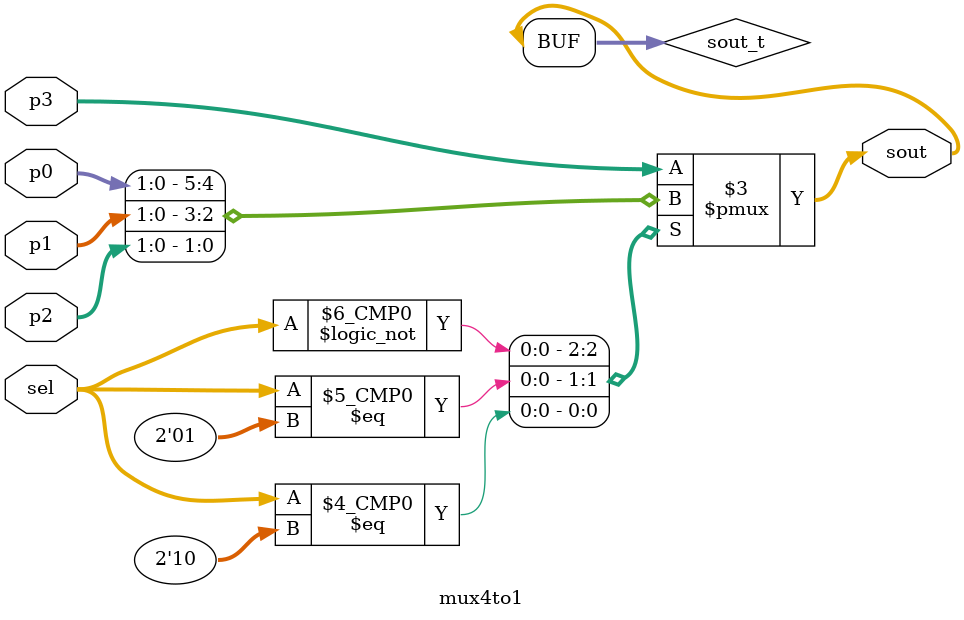
<source format=v>
module mux4to1(
    input [1:0]     sel ,
    input [1:0]     p0 ,
    input [1:0]     p1 ,
    input [1:0]     p2 ,
    input [1:0]     p3 ,
    output [1:0]    sout);
 
    reg [1:0]     sout_t ;
    always @(*)
        case(sel)
            2'b00:   begin      
                    sout_t = p0 ;
                end
            2'b01:       sout_t = p1 ;
            2'b10:       sout_t = p2 ;
            default:     sout_t = p3 ;
        endcase
    assign sout = sout_t ;
 
endmodule

</source>
